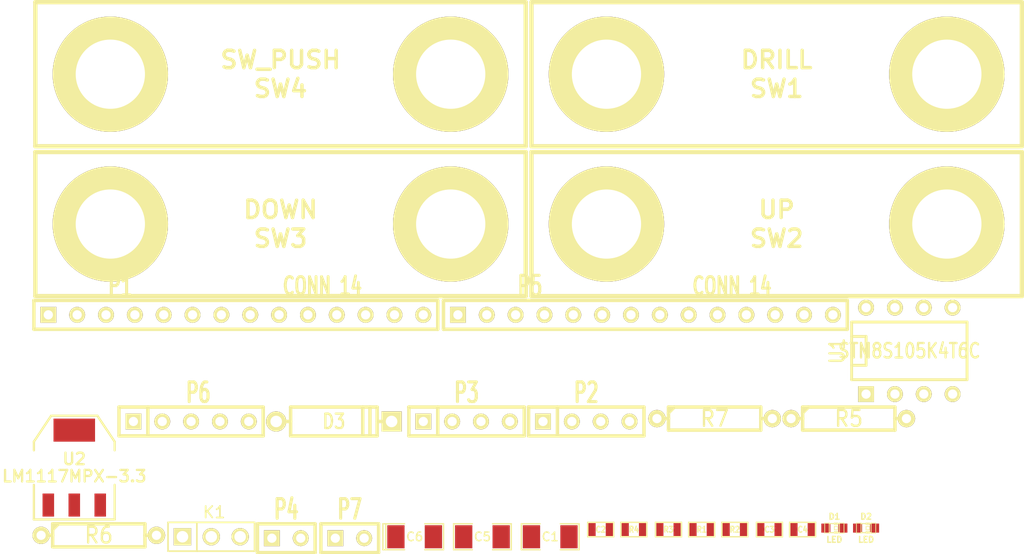
<source format=kicad_pcb>
(kicad_pcb (version 3) (host pcbnew "(2013-may-18)-stable")

  (general
    (links 57)
    (no_connects 57)
    (area 0 0 0 0)
    (thickness 1.6)
    (drawings 0)
    (tracks 0)
    (zones 0)
    (modules 30)
    (nets 42)
  )

  (page A3)
  (layers
    (15 F.Cu signal)
    (0 B.Cu signal)
    (16 B.Adhes user)
    (17 F.Adhes user)
    (18 B.Paste user)
    (19 F.Paste user)
    (20 B.SilkS user)
    (21 F.SilkS user)
    (22 B.Mask user)
    (23 F.Mask user)
    (24 Dwgs.User user)
    (25 Cmts.User user)
    (26 Eco1.User user)
    (27 Eco2.User user)
    (28 Edge.Cuts user)
  )

  (setup
    (last_trace_width 0.254)
    (trace_clearance 0.254)
    (zone_clearance 0.508)
    (zone_45_only no)
    (trace_min 0.254)
    (segment_width 0.2)
    (edge_width 0.1)
    (via_size 0.889)
    (via_drill 0.635)
    (via_min_size 0.889)
    (via_min_drill 0.508)
    (uvia_size 0.508)
    (uvia_drill 0.127)
    (uvias_allowed no)
    (uvia_min_size 0.508)
    (uvia_min_drill 0.127)
    (pcb_text_width 0.3)
    (pcb_text_size 1.5 1.5)
    (mod_edge_width 0.15)
    (mod_text_size 1 1)
    (mod_text_width 0.15)
    (pad_size 1.5 1.5)
    (pad_drill 0.6)
    (pad_to_mask_clearance 0)
    (aux_axis_origin 0 0)
    (visible_elements FFFFFFBF)
    (pcbplotparams
      (layerselection 3178497)
      (usegerberextensions true)
      (excludeedgelayer true)
      (linewidth 0.150000)
      (plotframeref false)
      (viasonmask false)
      (mode 1)
      (useauxorigin false)
      (hpglpennumber 1)
      (hpglpenspeed 20)
      (hpglpendiameter 15)
      (hpglpenoverlay 2)
      (psnegative false)
      (psa4output false)
      (plotreference true)
      (plotvalue true)
      (plotothertext true)
      (plotinvisibletext false)
      (padsonsilk false)
      (subtractmaskfromsilk false)
      (outputformat 1)
      (mirror false)
      (drillshape 1)
      (scaleselection 1)
      (outputdirectory ""))
  )

  (net 0 "")
  (net 1 +12V)
  (net 2 +3.3V)
  (net 3 +5V)
  (net 4 "/Drill motor/PWM_in")
  (net 5 "/Drill motor/Sence")
  (net 6 /NRST)
  (net 7 /OSC1IN)
  (net 8 /OSC2IN)
  (net 9 /PB0)
  (net 10 /PB1)
  (net 11 /PB2)
  (net 12 /PB3)
  (net 13 /PB4)
  (net 14 /PB5)
  (net 15 /PC2)
  (net 16 /PC3)
  (net 17 /PC4)
  (net 18 /PC5)
  (net 19 /PC6)
  (net 20 /PC7)
  (net 21 /PD0)
  (net 22 /PD2)
  (net 23 /PD3)
  (net 24 /PD4)
  (net 25 /PD5)
  (net 26 /PD6)
  (net 27 /PD7)
  (net 28 /PE5)
  (net 29 /SWIM/PD1)
  (net 30 GND)
  (net 31 N-0000014)
  (net 32 N-0000018)
  (net 33 N-0000019)
  (net 34 N-0000031)
  (net 35 N-0000039)
  (net 36 N-0000040)
  (net 37 N-0000041)
  (net 38 N-0000042)
  (net 39 N-000005)
  (net 40 N-000006)
  (net 41 N-000007)

  (net_class Default "This is the default net class."
    (clearance 0.254)
    (trace_width 0.254)
    (via_dia 0.889)
    (via_drill 0.635)
    (uvia_dia 0.508)
    (uvia_drill 0.127)
    (add_net "")
    (add_net +12V)
    (add_net +3.3V)
    (add_net +5V)
    (add_net "/Drill motor/PWM_in")
    (add_net "/Drill motor/Sence")
    (add_net /NRST)
    (add_net /OSC1IN)
    (add_net /OSC2IN)
    (add_net /PB0)
    (add_net /PB1)
    (add_net /PB2)
    (add_net /PB3)
    (add_net /PB4)
    (add_net /PB5)
    (add_net /PC2)
    (add_net /PC3)
    (add_net /PC4)
    (add_net /PC5)
    (add_net /PC6)
    (add_net /PC7)
    (add_net /PD0)
    (add_net /PD2)
    (add_net /PD3)
    (add_net /PD4)
    (add_net /PD5)
    (add_net /PD6)
    (add_net /PD7)
    (add_net /PE5)
    (add_net /SWIM/PD1)
    (add_net GND)
    (add_net N-0000014)
    (add_net N-0000018)
    (add_net N-0000019)
    (add_net N-0000031)
    (add_net N-0000039)
    (add_net N-0000040)
    (add_net N-0000041)
    (add_net N-0000042)
    (add_net N-000005)
    (add_net N-000006)
    (add_net N-000007)
  )

  (module DIP-8__300 (layer F.Cu) (tedit 43A7F843) (tstamp 53E6856E)
    (at 266.573 57.023)
    (descr "8 pins DIL package, round pads")
    (tags DIL)
    (path /52FB03A2)
    (fp_text reference U1 (at -6.35 0 90) (layer F.SilkS)
      (effects (font (size 1.27 1.143) (thickness 0.2032)))
    )
    (fp_text value STM8S105K4T6C (at 0 0) (layer F.SilkS)
      (effects (font (size 1.27 1.016) (thickness 0.2032)))
    )
    (fp_line (start -5.08 -1.27) (end -3.81 -1.27) (layer F.SilkS) (width 0.254))
    (fp_line (start -3.81 -1.27) (end -3.81 1.27) (layer F.SilkS) (width 0.254))
    (fp_line (start -3.81 1.27) (end -5.08 1.27) (layer F.SilkS) (width 0.254))
    (fp_line (start -5.08 -2.54) (end 5.08 -2.54) (layer F.SilkS) (width 0.254))
    (fp_line (start 5.08 -2.54) (end 5.08 2.54) (layer F.SilkS) (width 0.254))
    (fp_line (start 5.08 2.54) (end -5.08 2.54) (layer F.SilkS) (width 0.254))
    (fp_line (start -5.08 2.54) (end -5.08 -2.54) (layer F.SilkS) (width 0.254))
    (pad 1 thru_hole rect (at -3.81 3.81) (size 1.397 1.397) (drill 0.8128)
      (layers *.Cu *.Mask F.SilkS)
      (net 6 /NRST)
    )
    (pad 2 thru_hole circle (at -1.27 3.81) (size 1.397 1.397) (drill 0.8128)
      (layers *.Cu *.Mask F.SilkS)
      (net 7 /OSC1IN)
    )
    (pad 3 thru_hole circle (at 1.27 3.81) (size 1.397 1.397) (drill 0.8128)
      (layers *.Cu *.Mask F.SilkS)
      (net 8 /OSC2IN)
    )
    (pad 4 thru_hole circle (at 3.81 3.81) (size 1.397 1.397) (drill 0.8128)
      (layers *.Cu *.Mask F.SilkS)
      (net 30 GND)
    )
    (pad 5 thru_hole circle (at 3.81 -3.81) (size 1.397 1.397) (drill 0.8128)
      (layers *.Cu *.Mask F.SilkS)
      (net 34 N-0000031)
    )
    (pad 6 thru_hole circle (at 1.27 -3.81) (size 1.397 1.397) (drill 0.8128)
      (layers *.Cu *.Mask F.SilkS)
      (net 2 +3.3V)
    )
    (pad 7 thru_hole circle (at -1.27 -3.81) (size 1.397 1.397) (drill 0.8128)
      (layers *.Cu *.Mask F.SilkS)
      (net 2 +3.3V)
    )
    (pad 8 thru_hole circle (at -3.81 -3.81) (size 1.397 1.397) (drill 0.8128)
      (layers *.Cu *.Mask F.SilkS)
      (net 5 "/Drill motor/Sence")
    )
    (model dil/dil_8.wrl
      (at (xyz 0 0 0))
      (scale (xyz 1 1 1))
      (rotate (xyz 0 0 0))
    )
  )

  (module SOT223 (layer F.Cu) (tedit 200000) (tstamp 53F35A2F)
    (at 193.04 67.31)
    (descr "module CMS SOT223 4 pins")
    (tags "CMS SOT")
    (path /53F0F811)
    (attr smd)
    (fp_text reference U2 (at 0 -0.762) (layer F.SilkS)
      (effects (font (size 1.016 1.016) (thickness 0.2032)))
    )
    (fp_text value LM1117MPX-3.3 (at 0 0.762) (layer F.SilkS)
      (effects (font (size 1.016 1.016) (thickness 0.2032)))
    )
    (fp_line (start -3.556 1.524) (end -3.556 4.572) (layer F.SilkS) (width 0.2032))
    (fp_line (start -3.556 4.572) (end 3.556 4.572) (layer F.SilkS) (width 0.2032))
    (fp_line (start 3.556 4.572) (end 3.556 1.524) (layer F.SilkS) (width 0.2032))
    (fp_line (start -3.556 -1.524) (end -3.556 -2.286) (layer F.SilkS) (width 0.2032))
    (fp_line (start -3.556 -2.286) (end -2.032 -4.572) (layer F.SilkS) (width 0.2032))
    (fp_line (start -2.032 -4.572) (end 2.032 -4.572) (layer F.SilkS) (width 0.2032))
    (fp_line (start 2.032 -4.572) (end 3.556 -2.286) (layer F.SilkS) (width 0.2032))
    (fp_line (start 3.556 -2.286) (end 3.556 -1.524) (layer F.SilkS) (width 0.2032))
    (pad 4 smd rect (at 0 -3.302) (size 3.6576 2.032)
      (layers F.Cu F.Paste F.Mask)
    )
    (pad 2 smd rect (at 0 3.302) (size 1.016 2.032)
      (layers F.Cu F.Paste F.Mask)
      (net 2 +3.3V)
    )
    (pad 3 smd rect (at 2.286 3.302) (size 1.016 2.032)
      (layers F.Cu F.Paste F.Mask)
      (net 3 +5V)
    )
    (pad 1 smd rect (at -2.286 3.302) (size 1.016 2.032)
      (layers F.Cu F.Paste F.Mask)
      (net 30 GND)
    )
    (model smd/SOT223.wrl
      (at (xyz 0 0 0))
      (scale (xyz 0.4 0.4 0.4))
      (rotate (xyz 0 0 0))
    )
  )

  (module SM1206POL (layer F.Cu) (tedit 42806E4C) (tstamp 53F35A3E)
    (at 223.012 73.406)
    (path /53EF036E/53F36070)
    (attr smd)
    (fp_text reference C6 (at 0 0) (layer F.SilkS)
      (effects (font (size 0.762 0.762) (thickness 0.127)))
    )
    (fp_text value 47u (at 0 0) (layer F.SilkS) hide
      (effects (font (size 0.762 0.762) (thickness 0.127)))
    )
    (fp_line (start -2.54 -1.143) (end -2.794 -1.143) (layer F.SilkS) (width 0.127))
    (fp_line (start -2.794 -1.143) (end -2.794 1.143) (layer F.SilkS) (width 0.127))
    (fp_line (start -2.794 1.143) (end -2.54 1.143) (layer F.SilkS) (width 0.127))
    (fp_line (start -2.54 -1.143) (end -2.54 1.143) (layer F.SilkS) (width 0.127))
    (fp_line (start -2.54 1.143) (end -0.889 1.143) (layer F.SilkS) (width 0.127))
    (fp_line (start 0.889 -1.143) (end 2.54 -1.143) (layer F.SilkS) (width 0.127))
    (fp_line (start 2.54 -1.143) (end 2.54 1.143) (layer F.SilkS) (width 0.127))
    (fp_line (start 2.54 1.143) (end 0.889 1.143) (layer F.SilkS) (width 0.127))
    (fp_line (start -0.889 -1.143) (end -2.54 -1.143) (layer F.SilkS) (width 0.127))
    (pad 1 smd rect (at -1.651 0) (size 1.524 2.032)
      (layers F.Cu F.Paste F.Mask)
      (net 5 "/Drill motor/Sence")
    )
    (pad 2 smd rect (at 1.651 0) (size 1.524 2.032)
      (layers F.Cu F.Paste F.Mask)
      (net 30 GND)
    )
    (model smd/chip_cms_pol.wrl
      (at (xyz 0 0 0))
      (scale (xyz 0.17 0.16 0.16))
      (rotate (xyz 0 0 0))
    )
  )

  (module SM0603_Capa (layer F.Cu) (tedit 4E43A40C) (tstamp 53F35A57)
    (at 239.395 72.771)
    (path /52FB0426)
    (attr smd)
    (fp_text reference C2 (at 0 0) (layer F.SilkS)
      (effects (font (size 0.508 0.4572) (thickness 0.1143)))
    )
    (fp_text value 104 (at 0 0) (layer F.SilkS) hide
      (effects (font (size 0.508 0.4572) (thickness 0.1143)))
    )
    (fp_line (start -1.143 -0.635) (end 1.143 -0.635) (layer F.SilkS) (width 0.127))
    (fp_line (start 1.143 -0.635) (end 1.143 0.635) (layer F.SilkS) (width 0.127))
    (fp_line (start 1.143 0.635) (end -1.143 0.635) (layer F.SilkS) (width 0.127))
    (fp_line (start -1.143 0.635) (end -1.143 -0.635) (layer F.SilkS) (width 0.127))
    (pad 1 smd rect (at -0.762 0) (size 0.635 1.143)
      (layers F.Cu F.Paste F.Mask)
      (net 30 GND)
    )
    (pad 2 smd rect (at 0.762 0) (size 0.635 1.143)
      (layers F.Cu F.Paste F.Mask)
      (net 2 +3.3V)
    )
    (model smd\capacitors\C0603.wrl
      (at (xyz 0 0 0.001))
      (scale (xyz 0.5 0.5 0.5))
      (rotate (xyz 0 0 0))
    )
  )

  (module SM0603_Capa (layer F.Cu) (tedit 4E43A40C) (tstamp 53F35A61)
    (at 254.254 72.771)
    (path /52FB0F99)
    (attr smd)
    (fp_text reference C3 (at 0 0) (layer F.SilkS)
      (effects (font (size 0.508 0.4572) (thickness 0.1143)))
    )
    (fp_text value 104 (at 0 0) (layer F.SilkS) hide
      (effects (font (size 0.508 0.4572) (thickness 0.1143)))
    )
    (fp_line (start -1.143 -0.635) (end 1.143 -0.635) (layer F.SilkS) (width 0.127))
    (fp_line (start 1.143 -0.635) (end 1.143 0.635) (layer F.SilkS) (width 0.127))
    (fp_line (start 1.143 0.635) (end -1.143 0.635) (layer F.SilkS) (width 0.127))
    (fp_line (start -1.143 0.635) (end -1.143 -0.635) (layer F.SilkS) (width 0.127))
    (pad 1 smd rect (at -0.762 0) (size 0.635 1.143)
      (layers F.Cu F.Paste F.Mask)
      (net 6 /NRST)
    )
    (pad 2 smd rect (at 0.762 0) (size 0.635 1.143)
      (layers F.Cu F.Paste F.Mask)
      (net 30 GND)
    )
    (model smd\capacitors\C0603.wrl
      (at (xyz 0 0 0.001))
      (scale (xyz 0.5 0.5 0.5))
      (rotate (xyz 0 0 0))
    )
  )

  (module SM0603 (layer F.Cu) (tedit 4E43A3D1) (tstamp 53F35A6B)
    (at 257.175 72.771)
    (path /53F0F83E)
    (attr smd)
    (fp_text reference C4 (at 0 0) (layer F.SilkS)
      (effects (font (size 0.508 0.4572) (thickness 0.1143)))
    )
    (fp_text value 0.1u (at 0 0) (layer F.SilkS) hide
      (effects (font (size 0.508 0.4572) (thickness 0.1143)))
    )
    (fp_line (start -1.143 -0.635) (end 1.143 -0.635) (layer F.SilkS) (width 0.127))
    (fp_line (start 1.143 -0.635) (end 1.143 0.635) (layer F.SilkS) (width 0.127))
    (fp_line (start 1.143 0.635) (end -1.143 0.635) (layer F.SilkS) (width 0.127))
    (fp_line (start -1.143 0.635) (end -1.143 -0.635) (layer F.SilkS) (width 0.127))
    (pad 1 smd rect (at -0.762 0) (size 0.635 1.143)
      (layers F.Cu F.Paste F.Mask)
      (net 3 +5V)
    )
    (pad 2 smd rect (at 0.762 0) (size 0.635 1.143)
      (layers F.Cu F.Paste F.Mask)
      (net 30 GND)
    )
    (model smd\resistors\R0603.wrl
      (at (xyz 0 0 0.001))
      (scale (xyz 0.5 0.5 0.5))
      (rotate (xyz 0 0 0))
    )
  )

  (module SIL-5 (layer F.Cu) (tedit 200000) (tstamp 53F35A79)
    (at 204.597 63.246)
    (descr "Connecteur 5 pins")
    (tags "CONN DEV")
    (path /52FB4AA7)
    (fp_text reference P6 (at -0.635 -2.54) (layer F.SilkS)
      (effects (font (size 1.72974 1.08712) (thickness 0.3048)))
    )
    (fp_text value CONN_5 (at 0 -2.54) (layer F.SilkS) hide
      (effects (font (size 1.524 1.016) (thickness 0.3048)))
    )
    (fp_line (start -7.62 1.27) (end -7.62 -1.27) (layer F.SilkS) (width 0.3048))
    (fp_line (start -7.62 -1.27) (end 5.08 -1.27) (layer F.SilkS) (width 0.3048))
    (fp_line (start 5.08 -1.27) (end 5.08 1.27) (layer F.SilkS) (width 0.3048))
    (fp_line (start 5.08 1.27) (end -7.62 1.27) (layer F.SilkS) (width 0.3048))
    (fp_line (start -5.08 1.27) (end -5.08 -1.27) (layer F.SilkS) (width 0.3048))
    (pad 1 thru_hole rect (at -6.35 0) (size 1.397 1.397) (drill 0.8128)
      (layers *.Cu *.Mask F.SilkS)
      (net 2 +3.3V)
    )
    (pad 2 thru_hole circle (at -3.81 0) (size 1.397 1.397) (drill 0.8128)
      (layers *.Cu *.Mask F.SilkS)
    )
    (pad 3 thru_hole circle (at -1.27 0) (size 1.397 1.397) (drill 0.8128)
      (layers *.Cu *.Mask F.SilkS)
      (net 26 /PD6)
    )
    (pad 4 thru_hole circle (at 1.27 0) (size 1.397 1.397) (drill 0.8128)
      (layers *.Cu *.Mask F.SilkS)
      (net 25 /PD5)
    )
    (pad 5 thru_hole circle (at 3.81 0) (size 1.397 1.397) (drill 0.8128)
      (layers *.Cu *.Mask F.SilkS)
      (net 30 GND)
    )
  )

  (module SIL-2 (layer F.Cu) (tedit 200000) (tstamp 53F35A83)
    (at 217.297 73.533)
    (descr "Connecteurs 2 pins")
    (tags "CONN DEV")
    (path /53EF036E/53E67E05)
    (fp_text reference P7 (at 0 -2.54) (layer F.SilkS)
      (effects (font (size 1.72974 1.08712) (thickness 0.3048)))
    )
    (fp_text value CONN_2 (at 0 -2.54) (layer F.SilkS) hide
      (effects (font (size 1.524 1.016) (thickness 0.3048)))
    )
    (fp_line (start -2.54 1.27) (end -2.54 -1.27) (layer F.SilkS) (width 0.3048))
    (fp_line (start -2.54 -1.27) (end 2.54 -1.27) (layer F.SilkS) (width 0.3048))
    (fp_line (start 2.54 -1.27) (end 2.54 1.27) (layer F.SilkS) (width 0.3048))
    (fp_line (start 2.54 1.27) (end -2.54 1.27) (layer F.SilkS) (width 0.3048))
    (pad 1 thru_hole rect (at -1.27 0) (size 1.397 1.397) (drill 0.8128)
      (layers *.Cu *.Mask F.SilkS)
      (net 1 +12V)
    )
    (pad 2 thru_hole circle (at 1.27 0) (size 1.397 1.397) (drill 0.8128)
      (layers *.Cu *.Mask F.SilkS)
      (net 38 N-0000042)
    )
  )

  (module SIL-2 (layer F.Cu) (tedit 200000) (tstamp 53F35A8D)
    (at 211.709 73.533)
    (descr "Connecteurs 2 pins")
    (tags "CONN DEV")
    (path /53F1169C)
    (fp_text reference P4 (at 0 -2.54) (layer F.SilkS)
      (effects (font (size 1.72974 1.08712) (thickness 0.3048)))
    )
    (fp_text value Slide (at 0 -2.54) (layer F.SilkS) hide
      (effects (font (size 1.524 1.016) (thickness 0.3048)))
    )
    (fp_line (start -2.54 1.27) (end -2.54 -1.27) (layer F.SilkS) (width 0.3048))
    (fp_line (start -2.54 -1.27) (end 2.54 -1.27) (layer F.SilkS) (width 0.3048))
    (fp_line (start 2.54 -1.27) (end 2.54 1.27) (layer F.SilkS) (width 0.3048))
    (fp_line (start 2.54 1.27) (end -2.54 1.27) (layer F.SilkS) (width 0.3048))
    (pad 1 thru_hole rect (at -1.27 0) (size 1.397 1.397) (drill 0.8128)
      (layers *.Cu *.Mask F.SilkS)
      (net 33 N-0000019)
    )
    (pad 2 thru_hole circle (at 1.27 0) (size 1.397 1.397) (drill 0.8128)
      (layers *.Cu *.Mask F.SilkS)
      (net 32 N-0000018)
    )
  )

  (module SIL-14 (layer F.Cu) (tedit 200000) (tstamp 53F35AA3)
    (at 243.332 53.848)
    (descr "Connecteur 14 pins")
    (tags "CONN DEV")
    (path /52FB0A79)
    (fp_text reference P5 (at -10.16 -2.54) (layer F.SilkS)
      (effects (font (size 1.72974 1.08712) (thickness 0.3048)))
    )
    (fp_text value CONN_14 (at 7.62 -2.54) (layer F.SilkS)
      (effects (font (size 1.524 1.016) (thickness 0.3048)))
    )
    (fp_line (start -17.78 -1.27) (end 17.78 -1.27) (layer F.SilkS) (width 0.3048))
    (fp_line (start 17.78 -1.27) (end 17.78 1.27) (layer F.SilkS) (width 0.3048))
    (fp_line (start 17.78 1.27) (end -17.78 1.27) (layer F.SilkS) (width 0.3048))
    (fp_line (start -17.78 1.27) (end -17.78 -1.27) (layer F.SilkS) (width 0.3048))
    (pad 1 thru_hole rect (at -16.51 0) (size 1.397 1.397) (drill 0.8128)
      (layers *.Cu *.Mask F.SilkS)
      (net 27 /PD7)
    )
    (pad 2 thru_hole circle (at -13.97 0) (size 1.397 1.397) (drill 0.8128)
      (layers *.Cu *.Mask F.SilkS)
      (net 26 /PD6)
    )
    (pad 3 thru_hole circle (at -11.43 0) (size 1.397 1.397) (drill 0.8128)
      (layers *.Cu *.Mask F.SilkS)
      (net 25 /PD5)
    )
    (pad 4 thru_hole circle (at -8.89 0) (size 1.397 1.397) (drill 0.8128)
      (layers *.Cu *.Mask F.SilkS)
      (net 24 /PD4)
    )
    (pad 5 thru_hole circle (at -6.35 0) (size 1.397 1.397) (drill 0.8128)
      (layers *.Cu *.Mask F.SilkS)
      (net 23 /PD3)
    )
    (pad 6 thru_hole circle (at -3.81 0) (size 1.397 1.397) (drill 0.8128)
      (layers *.Cu *.Mask F.SilkS)
      (net 22 /PD2)
    )
    (pad 7 thru_hole circle (at -1.27 0) (size 1.397 1.397) (drill 0.8128)
      (layers *.Cu *.Mask F.SilkS)
      (net 29 /SWIM/PD1)
    )
    (pad 8 thru_hole circle (at 1.27 0) (size 1.397 1.397) (drill 0.8128)
      (layers *.Cu *.Mask F.SilkS)
      (net 21 /PD0)
    )
    (pad 9 thru_hole circle (at 3.81 0) (size 1.397 1.397) (drill 0.8128)
      (layers *.Cu *.Mask F.SilkS)
      (net 20 /PC7)
    )
    (pad 10 thru_hole circle (at 6.35 0) (size 1.397 1.397) (drill 0.8128)
      (layers *.Cu *.Mask F.SilkS)
      (net 19 /PC6)
    )
    (pad 11 thru_hole circle (at 8.89 0) (size 1.397 1.397) (drill 0.8128)
      (layers *.Cu *.Mask F.SilkS)
      (net 18 /PC5)
    )
    (pad 12 thru_hole circle (at 11.43 0) (size 1.397 1.397) (drill 0.8128)
      (layers *.Cu *.Mask F.SilkS)
      (net 17 /PC4)
    )
    (pad 13 thru_hole circle (at 13.97 0) (size 1.397 1.397) (drill 0.8128)
      (layers *.Cu *.Mask F.SilkS)
      (net 16 /PC3)
    )
    (pad 14 thru_hole circle (at 16.51 0) (size 1.397 1.397) (drill 0.8128)
      (layers *.Cu *.Mask F.SilkS)
      (net 15 /PC2)
    )
  )

  (module R4 (layer F.Cu) (tedit 200000) (tstamp 53F35AB1)
    (at 261.239 62.992)
    (descr "Resitance 4 pas")
    (tags R)
    (path /53EF036E/53E67E8A)
    (autoplace_cost180 10)
    (fp_text reference R5 (at 0 0) (layer F.SilkS)
      (effects (font (size 1.397 1.27) (thickness 0.2032)))
    )
    (fp_text value 1R (at 0 0) (layer F.SilkS) hide
      (effects (font (size 1.397 1.27) (thickness 0.2032)))
    )
    (fp_line (start -5.08 0) (end -4.064 0) (layer F.SilkS) (width 0.3048))
    (fp_line (start -4.064 0) (end -4.064 -1.016) (layer F.SilkS) (width 0.3048))
    (fp_line (start -4.064 -1.016) (end 4.064 -1.016) (layer F.SilkS) (width 0.3048))
    (fp_line (start 4.064 -1.016) (end 4.064 1.016) (layer F.SilkS) (width 0.3048))
    (fp_line (start 4.064 1.016) (end -4.064 1.016) (layer F.SilkS) (width 0.3048))
    (fp_line (start -4.064 1.016) (end -4.064 0) (layer F.SilkS) (width 0.3048))
    (fp_line (start -4.064 -0.508) (end -3.556 -1.016) (layer F.SilkS) (width 0.3048))
    (fp_line (start 5.08 0) (end 4.064 0) (layer F.SilkS) (width 0.3048))
    (pad 1 thru_hole circle (at -5.08 0) (size 1.524 1.524) (drill 0.8128)
      (layers *.Cu *.Mask F.SilkS)
      (net 37 N-0000041)
    )
    (pad 2 thru_hole circle (at 5.08 0) (size 1.524 1.524) (drill 0.8128)
      (layers *.Cu *.Mask F.SilkS)
      (net 30 GND)
    )
    (model discret/resistor.wrl
      (at (xyz 0 0 0))
      (scale (xyz 0.4 0.4 0.4))
      (rotate (xyz 0 0 0))
    )
  )

  (module R4 (layer F.Cu) (tedit 200000) (tstamp 53F35ABF)
    (at 195.199 73.279)
    (descr "Resitance 4 pas")
    (tags R)
    (path /53EF036E/53E67E9C)
    (autoplace_cost180 10)
    (fp_text reference R6 (at 0 0) (layer F.SilkS)
      (effects (font (size 1.397 1.27) (thickness 0.2032)))
    )
    (fp_text value 1R (at 0 0) (layer F.SilkS) hide
      (effects (font (size 1.397 1.27) (thickness 0.2032)))
    )
    (fp_line (start -5.08 0) (end -4.064 0) (layer F.SilkS) (width 0.3048))
    (fp_line (start -4.064 0) (end -4.064 -1.016) (layer F.SilkS) (width 0.3048))
    (fp_line (start -4.064 -1.016) (end 4.064 -1.016) (layer F.SilkS) (width 0.3048))
    (fp_line (start 4.064 -1.016) (end 4.064 1.016) (layer F.SilkS) (width 0.3048))
    (fp_line (start 4.064 1.016) (end -4.064 1.016) (layer F.SilkS) (width 0.3048))
    (fp_line (start -4.064 1.016) (end -4.064 0) (layer F.SilkS) (width 0.3048))
    (fp_line (start -4.064 -0.508) (end -3.556 -1.016) (layer F.SilkS) (width 0.3048))
    (fp_line (start 5.08 0) (end 4.064 0) (layer F.SilkS) (width 0.3048))
    (pad 1 thru_hole circle (at -5.08 0) (size 1.524 1.524) (drill 0.8128)
      (layers *.Cu *.Mask F.SilkS)
      (net 37 N-0000041)
    )
    (pad 2 thru_hole circle (at 5.08 0) (size 1.524 1.524) (drill 0.8128)
      (layers *.Cu *.Mask F.SilkS)
      (net 30 GND)
    )
    (model discret/resistor.wrl
      (at (xyz 0 0 0))
      (scale (xyz 0.4 0.4 0.4))
      (rotate (xyz 0 0 0))
    )
  )

  (module R4 (layer F.Cu) (tedit 200000) (tstamp 53F35ACD)
    (at 249.428 62.992)
    (descr "Resitance 4 pas")
    (tags R)
    (path /53EF036E/53F123DF)
    (autoplace_cost180 10)
    (fp_text reference R7 (at 0 0) (layer F.SilkS)
      (effects (font (size 1.397 1.27) (thickness 0.2032)))
    )
    (fp_text value 1R (at 0 0) (layer F.SilkS) hide
      (effects (font (size 1.397 1.27) (thickness 0.2032)))
    )
    (fp_line (start -5.08 0) (end -4.064 0) (layer F.SilkS) (width 0.3048))
    (fp_line (start -4.064 0) (end -4.064 -1.016) (layer F.SilkS) (width 0.3048))
    (fp_line (start -4.064 -1.016) (end 4.064 -1.016) (layer F.SilkS) (width 0.3048))
    (fp_line (start 4.064 -1.016) (end 4.064 1.016) (layer F.SilkS) (width 0.3048))
    (fp_line (start 4.064 1.016) (end -4.064 1.016) (layer F.SilkS) (width 0.3048))
    (fp_line (start -4.064 1.016) (end -4.064 0) (layer F.SilkS) (width 0.3048))
    (fp_line (start -4.064 -0.508) (end -3.556 -1.016) (layer F.SilkS) (width 0.3048))
    (fp_line (start 5.08 0) (end 4.064 0) (layer F.SilkS) (width 0.3048))
    (pad 1 thru_hole circle (at -5.08 0) (size 1.524 1.524) (drill 0.8128)
      (layers *.Cu *.Mask F.SilkS)
      (net 37 N-0000041)
    )
    (pad 2 thru_hole circle (at 5.08 0) (size 1.524 1.524) (drill 0.8128)
      (layers *.Cu *.Mask F.SilkS)
      (net 30 GND)
    )
    (model discret/resistor.wrl
      (at (xyz 0 0 0))
      (scale (xyz 0.4 0.4 0.4))
      (rotate (xyz 0 0 0))
    )
  )

  (module PIN_ARRAY_3X1 (layer F.Cu) (tedit 4C1130E0) (tstamp 53F35AD9)
    (at 205.105 73.406)
    (descr "Connecteur 3 pins")
    (tags "CONN DEV")
    (path /53F0FD67)
    (fp_text reference K1 (at 0.254 -2.159) (layer F.SilkS)
      (effects (font (size 1.016 1.016) (thickness 0.1524)))
    )
    (fp_text value POWER (at 0 -2.159) (layer F.SilkS) hide
      (effects (font (size 1.016 1.016) (thickness 0.1524)))
    )
    (fp_line (start -3.81 1.27) (end -3.81 -1.27) (layer F.SilkS) (width 0.1524))
    (fp_line (start -3.81 -1.27) (end 3.81 -1.27) (layer F.SilkS) (width 0.1524))
    (fp_line (start 3.81 -1.27) (end 3.81 1.27) (layer F.SilkS) (width 0.1524))
    (fp_line (start 3.81 1.27) (end -3.81 1.27) (layer F.SilkS) (width 0.1524))
    (fp_line (start -1.27 -1.27) (end -1.27 1.27) (layer F.SilkS) (width 0.1524))
    (pad 1 thru_hole rect (at -2.54 0) (size 1.524 1.524) (drill 1.016)
      (layers *.Cu *.Mask F.SilkS)
      (net 30 GND)
    )
    (pad 2 thru_hole circle (at 0 0) (size 1.524 1.524) (drill 1.016)
      (layers *.Cu *.Mask F.SilkS)
      (net 3 +5V)
    )
    (pad 3 thru_hole circle (at 2.54 0) (size 1.524 1.524) (drill 1.016)
      (layers *.Cu *.Mask F.SilkS)
      (net 1 +12V)
    )
    (model pin_array/pins_array_3x1.wrl
      (at (xyz 0 0 0))
      (scale (xyz 1 1 1))
      (rotate (xyz 0 0 0))
    )
  )

  (module LED-0603 (layer F.Cu) (tedit 4E16AFB4) (tstamp 53F35AF5)
    (at 262.763 72.644)
    (descr "LED 0603 smd package")
    (tags "LED led 0603 SMD smd SMT smt smdled SMDLED smtled SMTLED")
    (path /52FB0ECD)
    (attr smd)
    (fp_text reference D2 (at 0 -1.016) (layer F.SilkS)
      (effects (font (size 0.508 0.508) (thickness 0.127)))
    )
    (fp_text value LED (at 0 1.016) (layer F.SilkS)
      (effects (font (size 0.508 0.508) (thickness 0.127)))
    )
    (fp_line (start 0.44958 -0.44958) (end 0.44958 0.44958) (layer F.SilkS) (width 0.06604))
    (fp_line (start 0.44958 0.44958) (end 0.84836 0.44958) (layer F.SilkS) (width 0.06604))
    (fp_line (start 0.84836 -0.44958) (end 0.84836 0.44958) (layer F.SilkS) (width 0.06604))
    (fp_line (start 0.44958 -0.44958) (end 0.84836 -0.44958) (layer F.SilkS) (width 0.06604))
    (fp_line (start -0.84836 -0.44958) (end -0.84836 0.44958) (layer F.SilkS) (width 0.06604))
    (fp_line (start -0.84836 0.44958) (end -0.44958 0.44958) (layer F.SilkS) (width 0.06604))
    (fp_line (start -0.44958 -0.44958) (end -0.44958 0.44958) (layer F.SilkS) (width 0.06604))
    (fp_line (start -0.84836 -0.44958) (end -0.44958 -0.44958) (layer F.SilkS) (width 0.06604))
    (fp_line (start 0 -0.44958) (end 0 -0.29972) (layer F.SilkS) (width 0.06604))
    (fp_line (start 0 -0.29972) (end 0.29972 -0.29972) (layer F.SilkS) (width 0.06604))
    (fp_line (start 0.29972 -0.44958) (end 0.29972 -0.29972) (layer F.SilkS) (width 0.06604))
    (fp_line (start 0 -0.44958) (end 0.29972 -0.44958) (layer F.SilkS) (width 0.06604))
    (fp_line (start 0 0.29972) (end 0 0.44958) (layer F.SilkS) (width 0.06604))
    (fp_line (start 0 0.44958) (end 0.29972 0.44958) (layer F.SilkS) (width 0.06604))
    (fp_line (start 0.29972 0.29972) (end 0.29972 0.44958) (layer F.SilkS) (width 0.06604))
    (fp_line (start 0 0.29972) (end 0.29972 0.29972) (layer F.SilkS) (width 0.06604))
    (fp_line (start 0 -0.14986) (end 0 0.14986) (layer F.SilkS) (width 0.06604))
    (fp_line (start 0 0.14986) (end 0.29972 0.14986) (layer F.SilkS) (width 0.06604))
    (fp_line (start 0.29972 -0.14986) (end 0.29972 0.14986) (layer F.SilkS) (width 0.06604))
    (fp_line (start 0 -0.14986) (end 0.29972 -0.14986) (layer F.SilkS) (width 0.06604))
    (fp_line (start 0.44958 -0.39878) (end -0.44958 -0.39878) (layer F.SilkS) (width 0.1016))
    (fp_line (start 0.44958 0.39878) (end -0.44958 0.39878) (layer F.SilkS) (width 0.1016))
    (pad 1 smd rect (at -0.7493 0) (size 0.79756 0.79756)
      (layers F.Cu F.Paste F.Mask)
      (net 2 +3.3V)
    )
    (pad 2 smd rect (at 0.7493 0) (size 0.79756 0.79756)
      (layers F.Cu F.Paste F.Mask)
      (net 35 N-0000039)
    )
  )

  (module D4 (layer F.Cu) (tedit 200000) (tstamp 53F35B03)
    (at 215.9 63.246)
    (descr "Diode 4 pas")
    (tags "DIODE DEV")
    (path /53EF036E/53E68EA1)
    (fp_text reference D3 (at 0 0) (layer F.SilkS)
      (effects (font (size 1.27 1.016) (thickness 0.2032)))
    )
    (fp_text value DIODESCH (at 0 0) (layer F.SilkS) hide
      (effects (font (size 1.27 1.016) (thickness 0.2032)))
    )
    (fp_line (start -3.81 -1.27) (end 3.81 -1.27) (layer F.SilkS) (width 0.3048))
    (fp_line (start 3.81 -1.27) (end 3.81 1.27) (layer F.SilkS) (width 0.3048))
    (fp_line (start 3.81 1.27) (end -3.81 1.27) (layer F.SilkS) (width 0.3048))
    (fp_line (start -3.81 1.27) (end -3.81 -1.27) (layer F.SilkS) (width 0.3048))
    (fp_line (start 3.175 -1.27) (end 3.175 1.27) (layer F.SilkS) (width 0.3048))
    (fp_line (start 2.54 1.27) (end 2.54 -1.27) (layer F.SilkS) (width 0.3048))
    (fp_line (start -3.81 0) (end -5.08 0) (layer F.SilkS) (width 0.3048))
    (fp_line (start 3.81 0) (end 5.08 0) (layer F.SilkS) (width 0.3048))
    (pad 1 thru_hole circle (at -5.08 0) (size 1.778 1.778) (drill 1.016)
      (layers *.Cu *.Mask F.SilkS)
      (net 38 N-0000042)
    )
    (pad 2 thru_hole rect (at 5.08 0) (size 1.778 1.778) (drill 1.016)
      (layers *.Cu *.Mask F.SilkS)
      (net 1 +12V)
    )
    (model discret/diode.wrl
      (at (xyz 0 0 0))
      (scale (xyz 0.4 0.4 0.4))
      (rotate (xyz 0 0 0))
    )
  )

  (module 2PIN_6mm (layer F.Cu) (tedit 200000) (tstamp 53F35B0D)
    (at 254.889 45.847)
    (descr "module 2 pin (trou 6 mm)")
    (tags DEV)
    (path /53F12B09)
    (fp_text reference SW2 (at 0 1.27) (layer F.SilkS)
      (effects (font (size 1.524 1.524) (thickness 0.3048)))
    )
    (fp_text value UP (at 0 -1.27) (layer F.SilkS)
      (effects (font (size 1.524 1.524) (thickness 0.3048)))
    )
    (fp_line (start -21.59 -6.35) (end 21.59 -6.35) (layer F.SilkS) (width 0.381))
    (fp_line (start 21.59 -6.35) (end 21.59 6.35) (layer F.SilkS) (width 0.381))
    (fp_line (start 21.59 6.35) (end -21.59 6.35) (layer F.SilkS) (width 0.381))
    (fp_line (start -21.59 6.35) (end -21.59 -6.35) (layer F.SilkS) (width 0.381))
    (pad 1 thru_hole circle (at -14.986 0) (size 10.16 10.16) (drill 6.096)
      (layers *.Cu *.Mask F.SilkS)
      (net 16 /PC3)
    )
    (pad 2 thru_hole circle (at 14.986 0) (size 10.16 10.16) (drill 6.096)
      (layers *.Cu *.Mask F.SilkS)
      (net 30 GND)
    )
    (model "device/douille_4mm(red).wrl"
      (at (xyz -0.59 0 0))
      (scale (xyz 1.8 1.8 1.8))
      (rotate (xyz 0 0 0))
    )
    (model "device/douille_4mm(red).wrl"
      (at (xyz 0.59 0 0))
      (scale (xyz 1.8 1.8 1.8))
      (rotate (xyz 0 0 0))
    )
  )

  (module 2PIN_6mm (layer F.Cu) (tedit 200000) (tstamp 53F35B17)
    (at 211.201 45.847)
    (descr "module 2 pin (trou 6 mm)")
    (tags DEV)
    (path /53F12B1C)
    (fp_text reference SW3 (at 0 1.27) (layer F.SilkS)
      (effects (font (size 1.524 1.524) (thickness 0.3048)))
    )
    (fp_text value DOWN (at 0 -1.27) (layer F.SilkS)
      (effects (font (size 1.524 1.524) (thickness 0.3048)))
    )
    (fp_line (start -21.59 -6.35) (end 21.59 -6.35) (layer F.SilkS) (width 0.381))
    (fp_line (start 21.59 -6.35) (end 21.59 6.35) (layer F.SilkS) (width 0.381))
    (fp_line (start 21.59 6.35) (end -21.59 6.35) (layer F.SilkS) (width 0.381))
    (fp_line (start -21.59 6.35) (end -21.59 -6.35) (layer F.SilkS) (width 0.381))
    (pad 1 thru_hole circle (at -14.986 0) (size 10.16 10.16) (drill 6.096)
      (layers *.Cu *.Mask F.SilkS)
      (net 30 GND)
    )
    (pad 2 thru_hole circle (at 14.986 0) (size 10.16 10.16) (drill 6.096)
      (layers *.Cu *.Mask F.SilkS)
      (net 15 /PC2)
    )
    (model "device/douille_4mm(red).wrl"
      (at (xyz -0.59 0 0))
      (scale (xyz 1.8 1.8 1.8))
      (rotate (xyz 0 0 0))
    )
    (model "device/douille_4mm(red).wrl"
      (at (xyz 0.59 0 0))
      (scale (xyz 1.8 1.8 1.8))
      (rotate (xyz 0 0 0))
    )
  )

  (module 2PIN_6mm (layer F.Cu) (tedit 200000) (tstamp 53F35B21)
    (at 254.889 32.639)
    (descr "module 2 pin (trou 6 mm)")
    (tags DEV)
    (path /53F13089)
    (fp_text reference SW1 (at 0 1.27) (layer F.SilkS)
      (effects (font (size 1.524 1.524) (thickness 0.3048)))
    )
    (fp_text value DRILL (at 0 -1.27) (layer F.SilkS)
      (effects (font (size 1.524 1.524) (thickness 0.3048)))
    )
    (fp_line (start -21.59 -6.35) (end 21.59 -6.35) (layer F.SilkS) (width 0.381))
    (fp_line (start 21.59 -6.35) (end 21.59 6.35) (layer F.SilkS) (width 0.381))
    (fp_line (start 21.59 6.35) (end -21.59 6.35) (layer F.SilkS) (width 0.381))
    (fp_line (start -21.59 6.35) (end -21.59 -6.35) (layer F.SilkS) (width 0.381))
    (pad 1 thru_hole circle (at -14.986 0) (size 10.16 10.16) (drill 6.096)
      (layers *.Cu *.Mask F.SilkS)
      (net 17 /PC4)
    )
    (pad 2 thru_hole circle (at 14.986 0) (size 10.16 10.16) (drill 6.096)
      (layers *.Cu *.Mask F.SilkS)
      (net 30 GND)
    )
    (model "device/douille_4mm(red).wrl"
      (at (xyz -0.59 0 0))
      (scale (xyz 1.8 1.8 1.8))
      (rotate (xyz 0 0 0))
    )
    (model "device/douille_4mm(red).wrl"
      (at (xyz 0.59 0 0))
      (scale (xyz 1.8 1.8 1.8))
      (rotate (xyz 0 0 0))
    )
  )

  (module 2PIN_6mm (layer F.Cu) (tedit 200000) (tstamp 53F35B2B)
    (at 211.201 32.639)
    (descr "module 2 pin (trou 6 mm)")
    (tags DEV)
    (path /52FB0F3B)
    (fp_text reference SW4 (at 0 1.27) (layer F.SilkS)
      (effects (font (size 1.524 1.524) (thickness 0.3048)))
    )
    (fp_text value SW_PUSH (at 0 -1.27) (layer F.SilkS)
      (effects (font (size 1.524 1.524) (thickness 0.3048)))
    )
    (fp_line (start -21.59 -6.35) (end 21.59 -6.35) (layer F.SilkS) (width 0.381))
    (fp_line (start 21.59 -6.35) (end 21.59 6.35) (layer F.SilkS) (width 0.381))
    (fp_line (start 21.59 6.35) (end -21.59 6.35) (layer F.SilkS) (width 0.381))
    (fp_line (start -21.59 6.35) (end -21.59 -6.35) (layer F.SilkS) (width 0.381))
    (pad 1 thru_hole circle (at -14.986 0) (size 10.16 10.16) (drill 6.096)
      (layers *.Cu *.Mask F.SilkS)
      (net 30 GND)
    )
    (pad 2 thru_hole circle (at 14.986 0) (size 10.16 10.16) (drill 6.096)
      (layers *.Cu *.Mask F.SilkS)
      (net 6 /NRST)
    )
    (model "device/douille_4mm(red).wrl"
      (at (xyz -0.59 0 0))
      (scale (xyz 1.8 1.8 1.8))
      (rotate (xyz 0 0 0))
    )
    (model "device/douille_4mm(red).wrl"
      (at (xyz 0.59 0 0))
      (scale (xyz 1.8 1.8 1.8))
      (rotate (xyz 0 0 0))
    )
  )

  (module SM0603 (layer F.Cu) (tedit 4E43A3D1) (tstamp 53E68532)
    (at 251.206 72.771)
    (path /52FB0ED3)
    (attr smd)
    (fp_text reference R2 (at 0 0) (layer F.SilkS)
      (effects (font (size 0.508 0.4572) (thickness 0.1143)))
    )
    (fp_text value 1k (at 0 0) (layer F.SilkS) hide
      (effects (font (size 0.508 0.4572) (thickness 0.1143)))
    )
    (fp_line (start -1.143 -0.635) (end 1.143 -0.635) (layer F.SilkS) (width 0.127))
    (fp_line (start 1.143 -0.635) (end 1.143 0.635) (layer F.SilkS) (width 0.127))
    (fp_line (start 1.143 0.635) (end -1.143 0.635) (layer F.SilkS) (width 0.127))
    (fp_line (start -1.143 0.635) (end -1.143 -0.635) (layer F.SilkS) (width 0.127))
    (pad 1 smd rect (at -0.762 0) (size 0.635 1.143)
      (layers F.Cu F.Paste F.Mask)
      (net 35 N-0000039)
    )
    (pad 2 smd rect (at 0.762 0) (size 0.635 1.143)
      (layers F.Cu F.Paste F.Mask)
      (net 30 GND)
    )
    (model smd\resistors\R0603.wrl
      (at (xyz 0 0 0.001))
      (scale (xyz 0.5 0.5 0.5))
      (rotate (xyz 0 0 0))
    )
  )

  (module SM0603 (layer F.Cu) (tedit 4E43A3D1) (tstamp 53E6853F)
    (at 248.285 72.771)
    (path /52FB0DE2)
    (attr smd)
    (fp_text reference R1 (at 0 0) (layer F.SilkS)
      (effects (font (size 0.508 0.4572) (thickness 0.1143)))
    )
    (fp_text value 1k (at 0 0) (layer F.SilkS) hide
      (effects (font (size 0.508 0.4572) (thickness 0.1143)))
    )
    (fp_line (start -1.143 -0.635) (end 1.143 -0.635) (layer F.SilkS) (width 0.127))
    (fp_line (start 1.143 -0.635) (end 1.143 0.635) (layer F.SilkS) (width 0.127))
    (fp_line (start 1.143 0.635) (end -1.143 0.635) (layer F.SilkS) (width 0.127))
    (fp_line (start -1.143 0.635) (end -1.143 -0.635) (layer F.SilkS) (width 0.127))
    (pad 1 smd rect (at -0.762 0) (size 0.635 1.143)
      (layers F.Cu F.Paste F.Mask)
      (net 36 N-0000040)
    )
    (pad 2 smd rect (at 0.762 0) (size 0.635 1.143)
      (layers F.Cu F.Paste F.Mask)
      (net 15 /PC2)
    )
    (model smd\resistors\R0603.wrl
      (at (xyz 0 0 0.001))
      (scale (xyz 0.5 0.5 0.5))
      (rotate (xyz 0 0 0))
    )
  )

  (module SM0603 (layer F.Cu) (tedit 4E43A3D1) (tstamp 53E6854D)
    (at 245.364 72.771)
    (path /52FB0EFD)
    (attr smd)
    (fp_text reference R3 (at 0 0) (layer F.SilkS)
      (effects (font (size 0.508 0.4572) (thickness 0.1143)))
    )
    (fp_text value 10k (at 0 0) (layer F.SilkS) hide
      (effects (font (size 0.508 0.4572) (thickness 0.1143)))
    )
    (fp_line (start -1.143 -0.635) (end 1.143 -0.635) (layer F.SilkS) (width 0.127))
    (fp_line (start 1.143 -0.635) (end 1.143 0.635) (layer F.SilkS) (width 0.127))
    (fp_line (start 1.143 0.635) (end -1.143 0.635) (layer F.SilkS) (width 0.127))
    (fp_line (start -1.143 0.635) (end -1.143 -0.635) (layer F.SilkS) (width 0.127))
    (pad 1 smd rect (at -0.762 0) (size 0.635 1.143)
      (layers F.Cu F.Paste F.Mask)
      (net 2 +3.3V)
    )
    (pad 2 smd rect (at 0.762 0) (size 0.635 1.143)
      (layers F.Cu F.Paste F.Mask)
      (net 6 /NRST)
    )
    (model smd\resistors\R0603.wrl
      (at (xyz 0 0 0.001))
      (scale (xyz 0.5 0.5 0.5))
      (rotate (xyz 0 0 0))
    )
  )

  (module SM0603 (layer F.Cu) (tedit 4E43A3D1) (tstamp 53E6855B)
    (at 242.316 72.771)
    (path /53EF036E/53E680EF)
    (attr smd)
    (fp_text reference R4 (at 0 0) (layer F.SilkS)
      (effects (font (size 0.508 0.4572) (thickness 0.1143)))
    )
    (fp_text value 47k (at 0 0) (layer F.SilkS) hide
      (effects (font (size 0.508 0.4572) (thickness 0.1143)))
    )
    (fp_line (start -1.143 -0.635) (end 1.143 -0.635) (layer F.SilkS) (width 0.127))
    (fp_line (start 1.143 -0.635) (end 1.143 0.635) (layer F.SilkS) (width 0.127))
    (fp_line (start 1.143 0.635) (end -1.143 0.635) (layer F.SilkS) (width 0.127))
    (fp_line (start -1.143 0.635) (end -1.143 -0.635) (layer F.SilkS) (width 0.127))
    (pad 1 smd rect (at -0.762 0) (size 0.635 1.143)
      (layers F.Cu F.Paste F.Mask)
      (net 5 "/Drill motor/Sence")
    )
    (pad 2 smd rect (at 0.762 0) (size 0.635 1.143)
      (layers F.Cu F.Paste F.Mask)
      (net 37 N-0000041)
    )
    (model smd\resistors\R0603.wrl
      (at (xyz 0 0 0.001))
      (scale (xyz 0.5 0.5 0.5))
      (rotate (xyz 0 0 0))
    )
  )

  (module SM1206 (layer F.Cu) (tedit 42806E24) (tstamp 53E68579)
    (at 234.95 73.406)
    (path /52FB0413)
    (attr smd)
    (fp_text reference C1 (at 0 0) (layer F.SilkS)
      (effects (font (size 0.762 0.762) (thickness 0.127)))
    )
    (fp_text value 1u (at 0 0) (layer F.SilkS) hide
      (effects (font (size 0.762 0.762) (thickness 0.127)))
    )
    (fp_line (start -2.54 -1.143) (end -2.54 1.143) (layer F.SilkS) (width 0.127))
    (fp_line (start -2.54 1.143) (end -0.889 1.143) (layer F.SilkS) (width 0.127))
    (fp_line (start 0.889 -1.143) (end 2.54 -1.143) (layer F.SilkS) (width 0.127))
    (fp_line (start 2.54 -1.143) (end 2.54 1.143) (layer F.SilkS) (width 0.127))
    (fp_line (start 2.54 1.143) (end 0.889 1.143) (layer F.SilkS) (width 0.127))
    (fp_line (start -0.889 -1.143) (end -2.54 -1.143) (layer F.SilkS) (width 0.127))
    (pad 1 smd rect (at -1.651 0) (size 1.524 2.032)
      (layers F.Cu F.Paste F.Mask)
      (net 30 GND)
    )
    (pad 2 smd rect (at 1.651 0) (size 1.524 2.032)
      (layers F.Cu F.Paste F.Mask)
      (net 34 N-0000031)
    )
    (model smd/chip_cms.wrl
      (at (xyz 0 0 0))
      (scale (xyz 0.17 0.16 0.16))
      (rotate (xyz 0 0 0))
    )
  )

  (module SIL-14 (layer F.Cu) (tedit 200000) (tstamp 53E6858E)
    (at 207.264 53.848)
    (descr "Connecteur 14 pins")
    (tags "CONN DEV")
    (path /52FB0A6A)
    (fp_text reference P1 (at -10.16 -2.54) (layer F.SilkS)
      (effects (font (size 1.72974 1.08712) (thickness 0.3048)))
    )
    (fp_text value CONN_14 (at 7.62 -2.54) (layer F.SilkS)
      (effects (font (size 1.524 1.016) (thickness 0.3048)))
    )
    (fp_line (start -17.78 -1.27) (end 17.78 -1.27) (layer F.SilkS) (width 0.3048))
    (fp_line (start 17.78 -1.27) (end 17.78 1.27) (layer F.SilkS) (width 0.3048))
    (fp_line (start 17.78 1.27) (end -17.78 1.27) (layer F.SilkS) (width 0.3048))
    (fp_line (start -17.78 1.27) (end -17.78 -1.27) (layer F.SilkS) (width 0.3048))
    (pad 1 thru_hole rect (at -16.51 0) (size 1.397 1.397) (drill 0.8128)
      (layers *.Cu *.Mask F.SilkS)
      (net 2 +3.3V)
    )
    (pad 2 thru_hole circle (at -13.97 0) (size 1.397 1.397) (drill 0.8128)
      (layers *.Cu *.Mask F.SilkS)
      (net 30 GND)
    )
    (pad 3 thru_hole circle (at -11.43 0) (size 1.397 1.397) (drill 0.8128)
      (layers *.Cu *.Mask F.SilkS)
      (net 6 /NRST)
    )
    (pad 4 thru_hole circle (at -8.89 0) (size 1.397 1.397) (drill 0.8128)
      (layers *.Cu *.Mask F.SilkS)
      (net 7 /OSC1IN)
    )
    (pad 5 thru_hole circle (at -6.35 0) (size 1.397 1.397) (drill 0.8128)
      (layers *.Cu *.Mask F.SilkS)
      (net 8 /OSC2IN)
    )
    (pad 6 thru_hole circle (at -3.81 0) (size 1.397 1.397) (drill 0.8128)
      (layers *.Cu *.Mask F.SilkS)
      (net 5 "/Drill motor/Sence")
    )
    (pad 7 thru_hole circle (at -1.27 0) (size 1.397 1.397) (drill 0.8128)
      (layers *.Cu *.Mask F.SilkS)
      (net 14 /PB5)
    )
    (pad 8 thru_hole circle (at 1.27 0) (size 1.397 1.397) (drill 0.8128)
      (layers *.Cu *.Mask F.SilkS)
      (net 13 /PB4)
    )
    (pad 9 thru_hole circle (at 3.81 0) (size 1.397 1.397) (drill 0.8128)
      (layers *.Cu *.Mask F.SilkS)
      (net 12 /PB3)
    )
    (pad 10 thru_hole circle (at 6.35 0) (size 1.397 1.397) (drill 0.8128)
      (layers *.Cu *.Mask F.SilkS)
      (net 11 /PB2)
    )
    (pad 11 thru_hole circle (at 8.89 0) (size 1.397 1.397) (drill 0.8128)
      (layers *.Cu *.Mask F.SilkS)
      (net 10 /PB1)
    )
    (pad 12 thru_hole circle (at 11.43 0) (size 1.397 1.397) (drill 0.8128)
      (layers *.Cu *.Mask F.SilkS)
      (net 9 /PB0)
    )
    (pad 13 thru_hole circle (at 13.97 0) (size 1.397 1.397) (drill 0.8128)
      (layers *.Cu *.Mask F.SilkS)
      (net 28 /PE5)
    )
    (pad 14 thru_hole circle (at 16.51 0) (size 1.397 1.397) (drill 0.8128)
      (layers *.Cu *.Mask F.SilkS)
      (net 4 "/Drill motor/PWM_in")
    )
  )

  (module SIL-4 (layer F.Cu) (tedit 200000) (tstamp 53E68611)
    (at 238.125 63.246)
    (descr "Connecteur 4 pibs")
    (tags "CONN DEV")
    (path /52FB0A49)
    (fp_text reference P2 (at 0 -2.54) (layer F.SilkS)
      (effects (font (size 1.73482 1.08712) (thickness 0.3048)))
    )
    (fp_text value CONN_4 (at 0 -2.54) (layer F.SilkS) hide
      (effects (font (size 1.524 1.016) (thickness 0.3048)))
    )
    (fp_line (start -5.08 -1.27) (end -5.08 -1.27) (layer F.SilkS) (width 0.3048))
    (fp_line (start -5.08 1.27) (end -5.08 -1.27) (layer F.SilkS) (width 0.3048))
    (fp_line (start -5.08 -1.27) (end -5.08 -1.27) (layer F.SilkS) (width 0.3048))
    (fp_line (start -5.08 -1.27) (end 5.08 -1.27) (layer F.SilkS) (width 0.3048))
    (fp_line (start 5.08 -1.27) (end 5.08 1.27) (layer F.SilkS) (width 0.3048))
    (fp_line (start 5.08 1.27) (end -5.08 1.27) (layer F.SilkS) (width 0.3048))
    (fp_line (start -2.54 1.27) (end -2.54 -1.27) (layer F.SilkS) (width 0.3048))
    (pad 1 thru_hole rect (at -3.81 0) (size 1.397 1.397) (drill 0.8128)
      (layers *.Cu *.Mask F.SilkS)
      (net 2 +3.3V)
    )
    (pad 2 thru_hole circle (at -1.27 0) (size 1.397 1.397) (drill 0.8128)
      (layers *.Cu *.Mask F.SilkS)
      (net 29 /SWIM/PD1)
    )
    (pad 3 thru_hole circle (at 1.27 0) (size 1.397 1.397) (drill 0.8128)
      (layers *.Cu *.Mask F.SilkS)
      (net 6 /NRST)
    )
    (pad 4 thru_hole circle (at 3.81 0) (size 1.397 1.397) (drill 0.8128)
      (layers *.Cu *.Mask F.SilkS)
      (net 30 GND)
    )
  )

  (module SIL-4 (layer F.Cu) (tedit 200000) (tstamp 53E68622)
    (at 227.584 63.246)
    (descr "Connecteur 4 pibs")
    (tags "CONN DEV")
    (path /53F0F09A)
    (fp_text reference P3 (at 0 -2.54) (layer F.SilkS)
      (effects (font (size 1.73482 1.08712) (thickness 0.3048)))
    )
    (fp_text value Stepper (at 0 -2.54) (layer F.SilkS) hide
      (effects (font (size 1.524 1.016) (thickness 0.3048)))
    )
    (fp_line (start -5.08 -1.27) (end -5.08 -1.27) (layer F.SilkS) (width 0.3048))
    (fp_line (start -5.08 1.27) (end -5.08 -1.27) (layer F.SilkS) (width 0.3048))
    (fp_line (start -5.08 -1.27) (end -5.08 -1.27) (layer F.SilkS) (width 0.3048))
    (fp_line (start -5.08 -1.27) (end 5.08 -1.27) (layer F.SilkS) (width 0.3048))
    (fp_line (start 5.08 -1.27) (end 5.08 1.27) (layer F.SilkS) (width 0.3048))
    (fp_line (start 5.08 1.27) (end -5.08 1.27) (layer F.SilkS) (width 0.3048))
    (fp_line (start -2.54 1.27) (end -2.54 -1.27) (layer F.SilkS) (width 0.3048))
    (pad 1 thru_hole rect (at -3.81 0) (size 1.397 1.397) (drill 0.8128)
      (layers *.Cu *.Mask F.SilkS)
      (net 31 N-0000014)
    )
    (pad 2 thru_hole circle (at -1.27 0) (size 1.397 1.397) (drill 0.8128)
      (layers *.Cu *.Mask F.SilkS)
      (net 39 N-000005)
    )
    (pad 3 thru_hole circle (at 1.27 0) (size 1.397 1.397) (drill 0.8128)
      (layers *.Cu *.Mask F.SilkS)
      (net 41 N-000007)
    )
    (pad 4 thru_hole circle (at 3.81 0) (size 1.397 1.397) (drill 0.8128)
      (layers *.Cu *.Mask F.SilkS)
      (net 40 N-000006)
    )
  )

  (module LED-0603 (layer F.Cu) (tedit 4E16AFB4) (tstamp 53F359BC)
    (at 259.969 72.644)
    (descr "LED 0603 smd package")
    (tags "LED led 0603 SMD smd SMT smt smdled SMDLED smtled SMTLED")
    (path /52FB0DD3)
    (attr smd)
    (fp_text reference D1 (at 0 -1.016) (layer F.SilkS)
      (effects (font (size 0.508 0.508) (thickness 0.127)))
    )
    (fp_text value LED (at 0 1.016) (layer F.SilkS)
      (effects (font (size 0.508 0.508) (thickness 0.127)))
    )
    (fp_line (start 0.44958 -0.44958) (end 0.44958 0.44958) (layer F.SilkS) (width 0.06604))
    (fp_line (start 0.44958 0.44958) (end 0.84836 0.44958) (layer F.SilkS) (width 0.06604))
    (fp_line (start 0.84836 -0.44958) (end 0.84836 0.44958) (layer F.SilkS) (width 0.06604))
    (fp_line (start 0.44958 -0.44958) (end 0.84836 -0.44958) (layer F.SilkS) (width 0.06604))
    (fp_line (start -0.84836 -0.44958) (end -0.84836 0.44958) (layer F.SilkS) (width 0.06604))
    (fp_line (start -0.84836 0.44958) (end -0.44958 0.44958) (layer F.SilkS) (width 0.06604))
    (fp_line (start -0.44958 -0.44958) (end -0.44958 0.44958) (layer F.SilkS) (width 0.06604))
    (fp_line (start -0.84836 -0.44958) (end -0.44958 -0.44958) (layer F.SilkS) (width 0.06604))
    (fp_line (start 0 -0.44958) (end 0 -0.29972) (layer F.SilkS) (width 0.06604))
    (fp_line (start 0 -0.29972) (end 0.29972 -0.29972) (layer F.SilkS) (width 0.06604))
    (fp_line (start 0.29972 -0.44958) (end 0.29972 -0.29972) (layer F.SilkS) (width 0.06604))
    (fp_line (start 0 -0.44958) (end 0.29972 -0.44958) (layer F.SilkS) (width 0.06604))
    (fp_line (start 0 0.29972) (end 0 0.44958) (layer F.SilkS) (width 0.06604))
    (fp_line (start 0 0.44958) (end 0.29972 0.44958) (layer F.SilkS) (width 0.06604))
    (fp_line (start 0.29972 0.29972) (end 0.29972 0.44958) (layer F.SilkS) (width 0.06604))
    (fp_line (start 0 0.29972) (end 0.29972 0.29972) (layer F.SilkS) (width 0.06604))
    (fp_line (start 0 -0.14986) (end 0 0.14986) (layer F.SilkS) (width 0.06604))
    (fp_line (start 0 0.14986) (end 0.29972 0.14986) (layer F.SilkS) (width 0.06604))
    (fp_line (start 0.29972 -0.14986) (end 0.29972 0.14986) (layer F.SilkS) (width 0.06604))
    (fp_line (start 0 -0.14986) (end 0.29972 -0.14986) (layer F.SilkS) (width 0.06604))
    (fp_line (start 0.44958 -0.39878) (end -0.44958 -0.39878) (layer F.SilkS) (width 0.1016))
    (fp_line (start 0.44958 0.39878) (end -0.44958 0.39878) (layer F.SilkS) (width 0.1016))
    (pad 1 smd rect (at -0.7493 0) (size 0.79756 0.79756)
      (layers F.Cu F.Paste F.Mask)
      (net 2 +3.3V)
    )
    (pad 2 smd rect (at 0.7493 0) (size 0.79756 0.79756)
      (layers F.Cu F.Paste F.Mask)
      (net 36 N-0000040)
    )
  )

  (module SM1206 (layer F.Cu) (tedit 42806E24) (tstamp 53F35A4D)
    (at 228.981 73.406)
    (path /53F0F88C)
    (attr smd)
    (fp_text reference C5 (at 0 0) (layer F.SilkS)
      (effects (font (size 0.762 0.762) (thickness 0.127)))
    )
    (fp_text value 47u (at 0 0) (layer F.SilkS) hide
      (effects (font (size 0.762 0.762) (thickness 0.127)))
    )
    (fp_line (start -2.54 -1.143) (end -2.54 1.143) (layer F.SilkS) (width 0.127))
    (fp_line (start -2.54 1.143) (end -0.889 1.143) (layer F.SilkS) (width 0.127))
    (fp_line (start 0.889 -1.143) (end 2.54 -1.143) (layer F.SilkS) (width 0.127))
    (fp_line (start 2.54 -1.143) (end 2.54 1.143) (layer F.SilkS) (width 0.127))
    (fp_line (start 2.54 1.143) (end 0.889 1.143) (layer F.SilkS) (width 0.127))
    (fp_line (start -0.889 -1.143) (end -2.54 -1.143) (layer F.SilkS) (width 0.127))
    (pad 1 smd rect (at -1.651 0) (size 1.524 2.032)
      (layers F.Cu F.Paste F.Mask)
      (net 2 +3.3V)
    )
    (pad 2 smd rect (at 1.651 0) (size 1.524 2.032)
      (layers F.Cu F.Paste F.Mask)
      (net 30 GND)
    )
    (model smd/chip_cms.wrl
      (at (xyz 0 0 0))
      (scale (xyz 0.17 0.16 0.16))
      (rotate (xyz 0 0 0))
    )
  )

)

</source>
